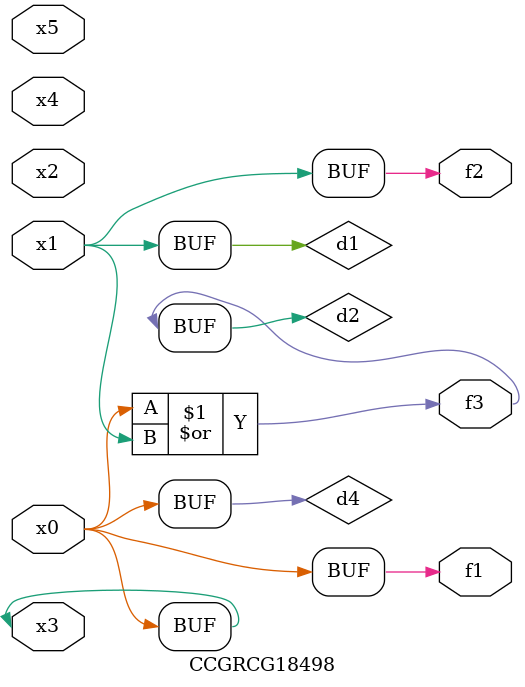
<source format=v>
module CCGRCG18498(
	input x0, x1, x2, x3, x4, x5,
	output f1, f2, f3
);

	wire d1, d2, d3, d4;

	and (d1, x1);
	or (d2, x0, x1);
	nand (d3, x0, x5);
	buf (d4, x0, x3);
	assign f1 = d4;
	assign f2 = d1;
	assign f3 = d2;
endmodule

</source>
